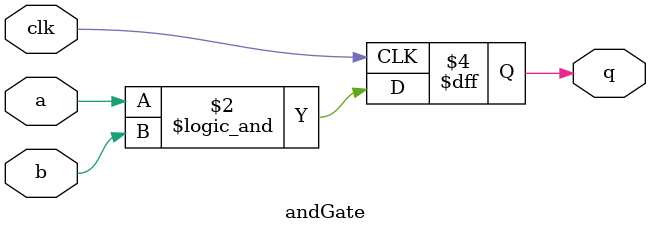
<source format=sv>
module andGate(
    input   wire    clk,       //System clock used to
    input   wire    a,         //Logic input 1
    input   wire    b,         //Logic input 2
    output  reg     q = 0      //Output
    );

    always @(posedge clk)
    begin
        q <= a && b;
    end
endmodule
</source>
